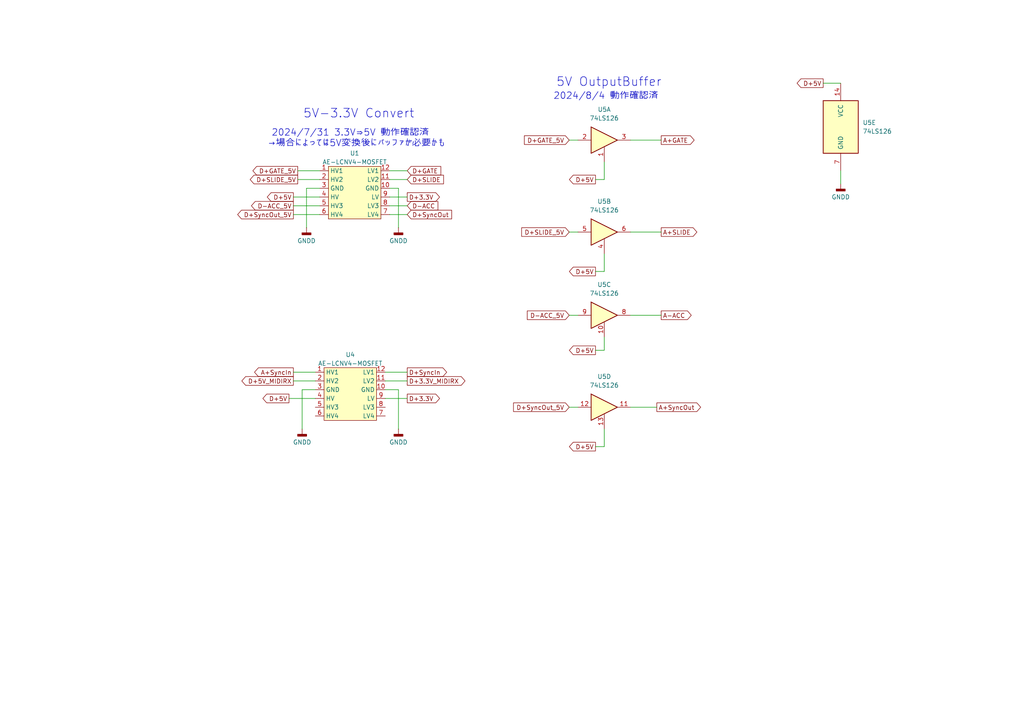
<source format=kicad_sch>
(kicad_sch (version 20231120) (generator "eeschema") (generator_version "8.0")
  (paper "A4")
  (lib_symbols
    (symbol "74xx:74LS126" (pin_names (offset 1.016))
      (property "Reference" "U" (at 0 1.27 0))
      (property "Value" "74LS126" (at 0 -1.27 0))
      (symbol "74LS126_1_0"
        (polyline (pts (xy -3.81 3.81) (xy -3.81 -3.81) (xy 3.81 0) (xy -3.81 3.81)) (stroke (width 0.254)) (fill (type background)))
        (pin input line (at 0 -6.35 90) (length 4.445) (name "~") (number "1"))
        (pin input line (at -7.62 0 0) (length 3.81) (name "~") (number "2"))
        (pin tri_state line (at 7.62 0 180) (length 3.81) (name "~") (number "3"))
      )
      (symbol "74LS126_2_0"
        (polyline (pts (xy -3.81 3.81) (xy -3.81 -3.81) (xy 3.81 0) (xy -3.81 3.81)) (stroke (width 0.254)) (fill (type background)))
        (pin input line (at 0 -6.35 90) (length 4.445) (name "~") (number "4"))
        (pin input line (at -7.62 0 0) (length 3.81) (name "~") (number "5"))
        (pin tri_state line (at 7.62 0 180) (length 3.81) (name "~") (number "6"))
      )
      (symbol "74LS126_3_0"
        (polyline (pts (xy -3.81 3.81) (xy -3.81 -3.81) (xy 3.81 0) (xy -3.81 3.81)) (stroke (width 0.254)) (fill (type background)))
        (pin input line (at 0 -6.35 90) (length 4.445) (name "~") (number "10"))
        (pin tri_state line (at 7.62 0 180) (length 3.81) (name "~") (number "8"))
        (pin input line (at -7.62 0 0) (length 3.81) (name "~") (number "9"))
      )
      (symbol "74LS126_4_0"
        (polyline (pts (xy -3.81 3.81) (xy -3.81 -3.81) (xy 3.81 0) (xy -3.81 3.81)) (stroke (width 0.254)) (fill (type background)))
        (pin tri_state line (at 7.62 0 180) (length 3.81) (name "~") (number "11"))
        (pin input line (at -7.62 0 0) (length 3.81) (name "~") (number "12"))
        (pin input line (at 0 -6.35 90) (length 4.445) (name "~") (number "13"))
      )
      (symbol "74LS126_5_0"
        (pin power_in line (at 0 12.7 270) (length 5.08) (name "VCC") (number "14"))
        (pin power_in line (at 0 -12.7 90) (length 5.08) (name "GND") (number "7"))
      )
      (symbol "74LS126_5_1"
        (rectangle (start -5.08 7.62) (end 5.08 -7.62) (stroke (width 0.254)) (fill (type background)))
      )
    )
    (symbol "SamacSys_Parts:AE-LCNV4-MOSFET(BSS138)"
      (property "Reference" "U" (at 0 1.778 0))
      (symbol "AE-LCNV4-MOSFET(BSS138)_1_1"
        (rectangle (start -7.62 -1.27) (end 7.62 -16.51) (fill (type background)))
        (pin bidirectional line (at -10.16 -2.54 0) (length 2.54) (name "HV1") (number "1"))
        (pin power_in line (at 10.16 -7.62 180) (length 2.54) (name "GND") (number "10"))
        (pin bidirectional line (at 10.16 -5.08 180) (length 2.54) (name "LV2") (number "11"))
        (pin bidirectional line (at 10.16 -2.54 180) (length 2.54) (name "LV1") (number "12"))
        (pin bidirectional line (at -10.16 -5.08 0) (length 2.54) (name "HV2") (number "2"))
        (pin power_in line (at -10.16 -7.62 0) (length 2.54) (name "GND") (number "3"))
        (pin power_in line (at -10.16 -10.16 0) (length 2.54) (name "HV") (number "4"))
        (pin bidirectional line (at -10.16 -12.7 0) (length 2.54) (name "HV3") (number "5"))
        (pin bidirectional line (at -10.16 -15.24 0) (length 2.54) (name "HV4") (number "6"))
        (pin bidirectional line (at 10.16 -15.24 180) (length 2.54) (name "LV4") (number "7"))
        (pin bidirectional line (at 10.16 -12.7 180) (length 2.54) (name "LV3") (number "8"))
        (pin power_in line (at 10.16 -10.16 180) (length 2.54) (name "LV") (number "9"))
      )
    )
    (symbol "power:GNDD" (power) (pin_numbers hide) (pin_names (offset 0) hide)
      (property "Value" "GNDD" (at 0 -3.175 0))
      (symbol "GNDD_0_1"
        (rectangle (start -1.27 -1.524) (end 1.27 -2.032) (stroke (width 0.254)) (fill (type outline)))
        (polyline (pts (xy 0 0) (xy 0 -1.524)))
      )
      (symbol "GNDD_1_1"
        (pin power_in line (at 0 0 270) (length 0) (name "~") (number "1"))
      )
    )
  )
  (wire (pts (xy 175.26 52.07) (xy 172.72 52.07)))
  (wire (pts (xy 111.76 113.03) (xy 115.57 113.03)))
  (wire (pts (xy 175.26 46.99) (xy 175.26 52.07)))
  (wire (pts (xy 85.09 107.95) (xy 91.44 107.95)))
  (wire (pts (xy 83.82 115.57) (xy 91.44 115.57)))
  (wire (pts (xy 182.88 40.64) (xy 191.77 40.64)))
  (wire (pts (xy 115.57 113.03) (xy 115.57 124.46)))
  (wire (pts (xy 175.26 97.79) (xy 175.26 101.6)))
  (wire (pts (xy 182.88 67.31) (xy 191.77 67.31)))
  (wire (pts (xy 111.76 110.49) (xy 118.11 110.49)))
  (wire (pts (xy 182.88 118.11) (xy 190.5 118.11)))
  (wire (pts (xy 86.36 49.53) (xy 92.71 49.53)))
  (wire (pts (xy 165.1 67.31) (xy 167.64 67.31)))
  (wire (pts (xy 88.9 54.61) (xy 88.9 66.04)))
  (wire (pts (xy 113.03 52.07) (xy 118.11 52.07)))
  (wire (pts (xy 243.84 49.53) (xy 243.84 53.34)))
  (wire (pts (xy 111.76 115.57) (xy 118.11 115.57)))
  (wire (pts (xy 86.36 52.07) (xy 92.71 52.07)))
  (wire (pts (xy 85.09 110.49) (xy 91.44 110.49)))
  (wire (pts (xy 182.88 91.44) (xy 191.77 91.44)))
  (wire (pts (xy 91.44 113.03) (xy 87.63 113.03)))
  (wire (pts (xy 92.71 54.61) (xy 88.9 54.61)))
  (wire (pts (xy 113.03 54.61) (xy 115.57 54.61)))
  (wire (pts (xy 175.26 124.46) (xy 175.26 129.54)))
  (wire (pts (xy 175.26 78.74) (xy 172.72 78.74)))
  (wire (pts (xy 238.76 24.13) (xy 243.84 24.13)))
  (wire (pts (xy 111.76 107.95) (xy 118.11 107.95)))
  (wire (pts (xy 175.26 101.6) (xy 172.72 101.6)))
  (wire (pts (xy 85.09 59.69) (xy 92.71 59.69)))
  (wire (pts (xy 113.03 62.23) (xy 118.11 62.23)))
  (wire (pts (xy 165.1 40.64) (xy 167.64 40.64)))
  (wire (pts (xy 165.1 91.44) (xy 167.64 91.44)))
  (wire (pts (xy 113.03 59.69) (xy 118.11 59.69)))
  (wire (pts (xy 165.1 118.11) (xy 167.64 118.11)))
  (wire (pts (xy 113.03 57.15) (xy 118.11 57.15)))
  (wire (pts (xy 85.09 62.23) (xy 92.71 62.23)))
  (wire (pts (xy 175.26 73.66) (xy 175.26 78.74)))
  (wire (pts (xy 115.57 54.61) (xy 115.57 66.04)))
  (wire (pts (xy 85.09 57.15) (xy 92.71 57.15)))
  (wire (pts (xy 113.03 49.53) (xy 118.11 49.53)))
  (wire (pts (xy 87.63 113.03) (xy 87.63 124.46)))
  (wire (pts (xy 175.26 129.54) (xy 172.72 129.54)))
  (text "2024/8/4 動作確認済" (at 175.768 27.94 0) (effects (font (size 1.905 1.905))))
  (text "5V-3.3V Convert" (at 87.884 33.02 0) (effects (font (size 2.54 2.54)) (justify left)))
  (text "5V OutputBuffer" (at 161.29 23.876 0) (effects (font (size 2.54 2.54)) (justify left)))
  (text "2024/7/31 3.3V⇒5V 動作確認済 \n　→場合によっては5V変換後にバッファが必要かも" (at 102.362 40.132 0) (effects (font (size 1.905 1.905))))
  (global_label "D-ACC_5V" (shape output) (at 85.09 59.69 180) (property "Intersheetrefs" "${INTERSHEET_REFS}" (effects (hide yes))))
  (global_label "D+3.3V_MIDIRX" (shape output) (at 118.11 110.49 0) (property "Intersheetrefs" "${INTERSHEET_REFS}" (effects (hide yes))))
  (global_label "D-ACC" (shape input) (at 118.11 59.69 0) (property "Intersheetrefs" "${INTERSHEET_REFS}" (effects (hide yes))))
  (global_label "D+3.3V" (shape output) (at 118.11 57.15 0) (property "Intersheetrefs" "${INTERSHEET_REFS}" (effects (hide yes))))
  (global_label "D+5V" (shape output) (at 172.72 78.74 180) (property "Intersheetrefs" "${INTERSHEET_REFS}" (effects (hide yes))))
  (global_label "D+5V" (shape output) (at 85.09 57.15 180) (property "Intersheetrefs" "${INTERSHEET_REFS}" (effects (hide yes))))
  (global_label "D+GATE_5V" (shape output) (at 86.36 49.53 180) (property "Intersheetrefs" "${INTERSHEET_REFS}" (effects (hide yes))))
  (global_label "D+5V" (shape output) (at 172.72 129.54 180) (property "Intersheetrefs" "${INTERSHEET_REFS}" (effects (hide yes))))
  (global_label "D+GATE" (shape input) (at 118.11 49.53 0) (property "Intersheetrefs" "${INTERSHEET_REFS}" (effects (hide yes))))
  (global_label "A+SyncIn" (shape output) (at 85.09 107.95 180) (property "Intersheetrefs" "${INTERSHEET_REFS}" (effects (hide yes))))
  (global_label "A-ACC" (shape output) (at 191.77 91.44 0) (property "Intersheetrefs" "${INTERSHEET_REFS}" (effects (hide yes))))
  (global_label "D+5V" (shape output) (at 172.72 101.6 180) (property "Intersheetrefs" "${INTERSHEET_REFS}" (effects (hide yes))))
  (global_label "D+5V_MIDIRX" (shape output) (at 85.09 110.49 180) (property "Intersheetrefs" "${INTERSHEET_REFS}" (effects (hide yes))))
  (global_label "D+5V" (shape output) (at 83.82 115.57 180) (property "Intersheetrefs" "${INTERSHEET_REFS}" (effects (hide yes))))
  (global_label "D+GATE_5V" (shape input) (at 165.1 40.64 180) (property "Intersheetrefs" "${INTERSHEET_REFS}" (effects (hide yes))))
  (global_label "A+SyncOut" (shape output) (at 190.5 118.11 0) (property "Intersheetrefs" "${INTERSHEET_REFS}" (effects (hide yes))))
  (global_label "D+5V" (shape output) (at 238.76 24.13 180) (property "Intersheetrefs" "${INTERSHEET_REFS}" (effects (hide yes))))
  (global_label "A+SLIDE" (shape output) (at 191.77 67.31 0) (property "Intersheetrefs" "${INTERSHEET_REFS}" (effects (hide yes))))
  (global_label "D-ACC_5V" (shape input) (at 165.1 91.44 180) (property "Intersheetrefs" "${INTERSHEET_REFS}" (effects (hide yes))))
  (global_label "A+GATE" (shape output) (at 191.77 40.64 0) (property "Intersheetrefs" "${INTERSHEET_REFS}" (effects (hide yes))))
  (global_label "D+5V" (shape output) (at 172.72 52.07 180) (property "Intersheetrefs" "${INTERSHEET_REFS}" (effects (hide yes))))
  (global_label "D+3.3V" (shape output) (at 118.11 115.57 0) (property "Intersheetrefs" "${INTERSHEET_REFS}" (effects (hide yes))))
  (global_label "D+SyncOut_5V" (shape output) (at 85.09 62.23 180) (property "Intersheetrefs" "${INTERSHEET_REFS}" (effects (hide yes))))
  (global_label "D+SLIDE_5V" (shape input) (at 165.1 67.31 180) (property "Intersheetrefs" "${INTERSHEET_REFS}" (effects (hide yes))))
  (global_label "D+SLIDE_5V" (shape output) (at 86.36 52.07 180) (property "Intersheetrefs" "${INTERSHEET_REFS}" (effects (hide yes))))
  (global_label "D+SyncOut" (shape input) (at 118.11 62.23 0) (property "Intersheetrefs" "${INTERSHEET_REFS}" (effects (hide yes))))
  (global_label "D+SyncOut_5V" (shape input) (at 165.1 118.11 180) (property "Intersheetrefs" "${INTERSHEET_REFS}" (effects (hide yes))))
  (global_label "D+SyncIn" (shape output) (at 118.11 107.95 0) (property "Intersheetrefs" "${INTERSHEET_REFS}" (effects (hide yes))))
  (global_label "D+SLIDE" (shape input) (at 118.11 52.07 0) (property "Intersheetrefs" "${INTERSHEET_REFS}" (effects (hide yes))))
  (symbol (lib_id "74xx:74LS126") (at 175.26 67.31 0) (unit 2)
    (property "Reference" "U5" (at 175.26 58.42 0))
    (property "Value" "74LS126" (at 175.26 60.96 0))
    (property "Datasheet" "http://www.ti.com/lit/gpn/sn74LS126" (effects (hide yes)))
    (property "Description" "Quad buffer 3-State outputs" (effects (hide yes)))
  )
  (symbol (lib_id "SamacSys_Parts:AE-LCNV4-MOSFET(BSS138)") (at 101.6 105.41 0) (unit 1)
    (property "Reference" "U4" (at 101.6 102.87 0))
    (property "Value" "AE-LCNV4-MOSFET" (at 101.6 105.41 0))
    (property "Footprint" "SamacSys_Parts:CERDIP-14_W10.16mm_SideBrazed_LongPads_Socket" (effects (hide yes)))
    (property "Datasheet" "https://akizukidenshi.com/goodsaffix/AE-LCNV4-MOSFET_20200316.pdf" (effects (hide yes)))
  )
  (symbol (lib_id "74xx:74LS126") (at 243.84 36.83 0) (unit 5)
    (property "Reference" "U5" (at 250.19 35.5599 0) (effects (justify left)))
    (property "Value" "74LS126" (at 250.19 38.0999 0) (effects (justify left)))
    (property "Datasheet" "http://www.ti.com/lit/gpn/sn74LS126" (effects (hide yes)))
    (property "Description" "Quad buffer 3-State outputs" (effects (hide yes)))
  )
  (symbol (lib_id "SamacSys_Parts:AE-LCNV4-MOSFET(BSS138)") (at 102.87 46.99 0) (unit 1)
    (property "Reference" "U1" (at 102.87 44.45 0))
    (property "Value" "AE-LCNV4-MOSFET" (at 102.87 46.99 0))
    (property "Footprint" "SamacSys_Parts:CERDIP-14_W10.16mm_SideBrazed_LongPads_Socket" (effects (hide yes)))
    (property "Datasheet" "https://akizukidenshi.com/goodsaffix/AE-LCNV4-MOSFET_20200316.pdf" (effects (hide yes)))
  )
  (symbol (lib_id "74xx:74LS126") (at 175.26 91.44 0) (unit 3)
    (property "Reference" "U5" (at 175.26 82.55 0))
    (property "Value" "74LS126" (at 175.26 85.09 0))
    (property "Datasheet" "http://www.ti.com/lit/gpn/sn74LS126" (effects (hide yes)))
    (property "Description" "Quad buffer 3-State outputs" (effects (hide yes)))
  )
  (symbol (lib_id "power:GNDD") (at 115.57 124.46 0) (unit 1)
    (property "Reference" "#PWR012" (effects (hide yes)))
    (property "Value" "GNDD" (at 115.57 128.27 0))
    (property "Description" "Power symbol creates a global label with name \"GNDD\" , digital ground" (effects (hide yes)))
  )
  (symbol (lib_id "power:GNDD") (at 88.9 66.04 0) (unit 1)
    (property "Reference" "#PWR09" (effects (hide yes)))
    (property "Value" "GNDD" (at 88.9 69.85 0))
    (property "Description" "Power symbol creates a global label with name \"GNDD\" , digital ground" (effects (hide yes)))
  )
  (symbol (lib_id "74xx:74LS126") (at 175.26 118.11 0) (unit 4)
    (property "Reference" "U5" (at 175.26 109.22 0))
    (property "Value" "74LS126" (at 175.26 111.76 0))
    (property "Datasheet" "http://www.ti.com/lit/gpn/sn74LS126" (effects (hide yes)))
    (property "Description" "Quad buffer 3-State outputs" (effects (hide yes)))
  )
  (symbol (lib_id "power:GNDD") (at 243.84 53.34 0) (unit 1)
    (property "Reference" "#PWR029" (effects (hide yes)))
    (property "Value" "GNDD" (at 243.84 57.15 0))
    (property "Description" "Power symbol creates a global label with name \"GNDD\" , digital ground" (effects (hide yes)))
  )
  (symbol (lib_id "74xx:74LS126") (at 175.26 40.64 0) (unit 1)
    (property "Reference" "U5" (at 175.26 31.75 0))
    (property "Value" "74LS126" (at 175.26 34.29 0))
    (property "Datasheet" "http://www.ti.com/lit/gpn/sn74LS126" (effects (hide yes)))
    (property "Description" "Quad buffer 3-State outputs" (effects (hide yes)))
  )
  (symbol (lib_id "power:GNDD") (at 115.57 66.04 0) (unit 1)
    (property "Reference" "#PWR011" (effects (hide yes)))
    (property "Value" "GNDD" (at 115.57 69.85 0))
    (property "Description" "Power symbol creates a global label with name \"GNDD\" , digital ground" (effects (hide yes)))
  )
  (symbol (lib_id "power:GNDD") (at 87.63 124.46 0) (unit 1)
    (property "Reference" "#PWR010" (effects (hide yes)))
    (property "Value" "GNDD" (at 87.63 128.27 0))
    (property "Description" "Power symbol creates a global label with name \"GNDD\" , digital ground" (effects (hide yes)))
  )
)
</source>
